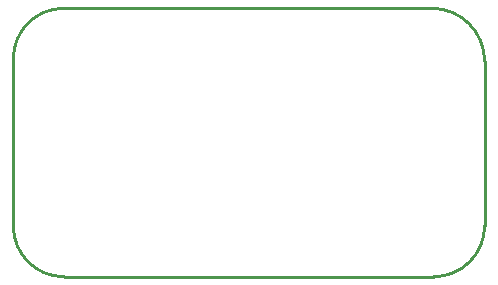
<source format=gko>
G04*
G04 #@! TF.GenerationSoftware,Altium Limited,Altium Designer,22.3.1 (43)*
G04*
G04 Layer_Color=16711935*
%FSLAX25Y25*%
%MOIN*%
G70*
G04*
G04 #@! TF.SameCoordinates,54316C7D-A7D4-46C6-97C7-E01AB4BBD31E*
G04*
G04*
G04 #@! TF.FilePolarity,Positive*
G04*
G01*
G75*
%ADD25C,0.01000*%
D25*
X-16811Y0D02*
G03*
X0Y-16811I16811J0D01*
G01*
X123291D02*
G03*
X140276Y174I0J16985D01*
G01*
Y55039D02*
G03*
X122657Y72657I-17618J0D01*
G01*
X-60D02*
G03*
X-16811Y55907I0J-16751D01*
G01*
X0Y-16811D02*
X123291D01*
X140276Y174D02*
Y55039D01*
X-60Y72657D02*
X122657D01*
X-16811Y0D02*
Y55907D01*
M02*

</source>
